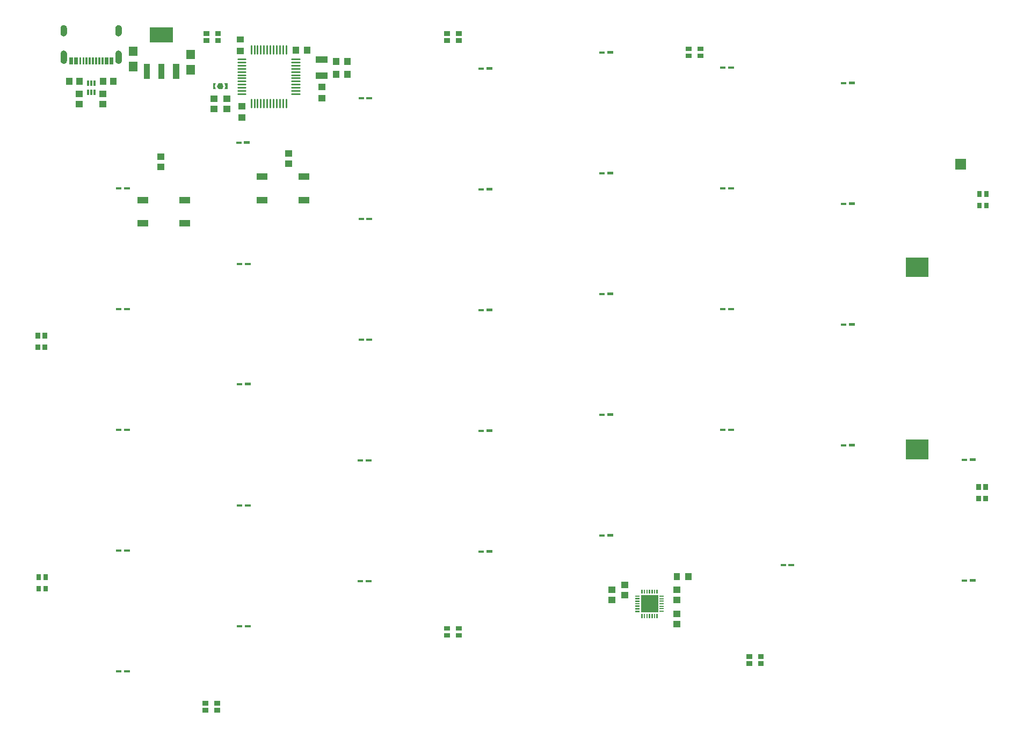
<source format=gbp>
G04 Layer: BottomPasteMaskLayer*
G04 EasyEDA v6.4.20.2, 2021-06-30T10:48:07+02:00*
G04 d10c3ea4707d49af85f46b29c2d7dc23,563db0ff5b334ec4995e7372edb549dc,10*
G04 Gerber Generator version 0.2*
G04 Scale: 100 percent, Rotated: No, Reflected: No *
G04 Dimensions in millimeters *
G04 leading zeros omitted , absolute positions ,4 integer and 5 decimal *
%FSLAX45Y45*%
%MOMM*%

%ADD24C,0.2700*%
%ADD28R,3.5600X3.1300*%
%ADD35R,0.6650X0.2240*%
%ADD41R,0.9300X0.3600*%

%LPD*%
G36*
X1608429Y16904462D02*
G01*
X1602079Y16903852D01*
X1595831Y16902430D01*
X1589836Y16900245D01*
X1584147Y16897248D01*
X1578864Y16893590D01*
X1574139Y16889272D01*
X1569974Y16884396D01*
X1566468Y16879062D01*
X1563725Y16873270D01*
X1561693Y16867174D01*
X1560474Y16860926D01*
X1560068Y16854525D01*
X1560169Y16771315D01*
X1560982Y16764965D01*
X1562608Y16758767D01*
X1564995Y16752824D01*
X1568145Y16747236D01*
X1572006Y16742105D01*
X1576425Y16737482D01*
X1581454Y16733519D01*
X1586941Y16730167D01*
X1592783Y16727576D01*
X1598930Y16725747D01*
X1605229Y16724731D01*
X1611680Y16724528D01*
X1618030Y16725138D01*
X1624279Y16726560D01*
X1630273Y16728795D01*
X1635963Y16731742D01*
X1641246Y16735399D01*
X1645970Y16739717D01*
X1650136Y16744594D01*
X1653641Y16749979D01*
X1656384Y16755719D01*
X1658416Y16761815D01*
X1659636Y16768114D01*
X1660042Y16774515D01*
X1659940Y16857726D01*
X1659128Y16864076D01*
X1657502Y16870273D01*
X1655114Y16876217D01*
X1651965Y16881805D01*
X1648104Y16886936D01*
X1643684Y16891508D01*
X1638655Y16895521D01*
X1633169Y16898823D01*
X1627327Y16901414D01*
X1621180Y16903242D01*
X1614881Y16904258D01*
G37*
G36*
X1608429Y16501465D02*
G01*
X1602079Y16500856D01*
X1595831Y16499433D01*
X1589836Y16497198D01*
X1584147Y16494251D01*
X1578864Y16490594D01*
X1574139Y16486276D01*
X1569974Y16481399D01*
X1566468Y16476014D01*
X1563725Y16470274D01*
X1561693Y16464178D01*
X1560474Y16457879D01*
X1560068Y16451478D01*
X1560169Y16338296D01*
X1560982Y16331946D01*
X1562608Y16325748D01*
X1564995Y16319804D01*
X1568145Y16314216D01*
X1572006Y16309086D01*
X1576425Y16304463D01*
X1581454Y16300500D01*
X1586941Y16297148D01*
X1592783Y16294557D01*
X1598930Y16292779D01*
X1605229Y16291712D01*
X1611680Y16291509D01*
X1618030Y16292118D01*
X1624279Y16293592D01*
X1627327Y16294557D01*
X1633169Y16297148D01*
X1638655Y16300500D01*
X1643684Y16304463D01*
X1648104Y16309086D01*
X1651965Y16314216D01*
X1655114Y16319804D01*
X1657502Y16325748D01*
X1659128Y16331946D01*
X1659940Y16338296D01*
X1660042Y16451478D01*
X1659636Y16457879D01*
X1658416Y16464178D01*
X1656384Y16470274D01*
X1653641Y16476014D01*
X1650136Y16481399D01*
X1645970Y16486276D01*
X1641246Y16490594D01*
X1635963Y16494251D01*
X1630273Y16497198D01*
X1624279Y16499433D01*
X1618030Y16500856D01*
X1611680Y16501465D01*
G37*
G36*
X744423Y16904462D02*
G01*
X738073Y16903852D01*
X731824Y16902430D01*
X725830Y16900245D01*
X720140Y16897248D01*
X714857Y16893590D01*
X710133Y16889272D01*
X705967Y16884396D01*
X702462Y16879062D01*
X699719Y16873270D01*
X697687Y16867174D01*
X696468Y16860926D01*
X696061Y16854525D01*
X696163Y16771315D01*
X696976Y16764965D01*
X698601Y16758767D01*
X700989Y16752824D01*
X704138Y16747236D01*
X707999Y16742105D01*
X712419Y16737482D01*
X717448Y16733519D01*
X722934Y16730167D01*
X728776Y16727576D01*
X734923Y16725747D01*
X741222Y16724731D01*
X747674Y16724528D01*
X754024Y16725138D01*
X760272Y16726560D01*
X766267Y16728795D01*
X771956Y16731742D01*
X777240Y16735399D01*
X781964Y16739717D01*
X786130Y16744594D01*
X789635Y16749979D01*
X792378Y16755719D01*
X794410Y16761815D01*
X795629Y16768114D01*
X796036Y16774515D01*
X795934Y16857726D01*
X795121Y16864076D01*
X793496Y16870273D01*
X791108Y16876217D01*
X787958Y16881805D01*
X784098Y16886936D01*
X779678Y16891508D01*
X774649Y16895521D01*
X769162Y16898823D01*
X763320Y16901414D01*
X757174Y16903242D01*
X750874Y16904258D01*
G37*
G36*
X744423Y16501465D02*
G01*
X738073Y16500856D01*
X731824Y16499433D01*
X725830Y16497198D01*
X720140Y16494251D01*
X714857Y16490594D01*
X710133Y16486276D01*
X705967Y16481399D01*
X702462Y16476014D01*
X699719Y16470274D01*
X697687Y16464178D01*
X696468Y16457879D01*
X696061Y16451478D01*
X696163Y16338296D01*
X696976Y16331946D01*
X698601Y16325748D01*
X700989Y16319804D01*
X704138Y16314216D01*
X707999Y16309086D01*
X712419Y16304463D01*
X717448Y16300500D01*
X722934Y16297148D01*
X728776Y16294557D01*
X734923Y16292779D01*
X741222Y16291712D01*
X747674Y16291509D01*
X754024Y16292118D01*
X760272Y16293592D01*
X763320Y16294557D01*
X769162Y16297148D01*
X774649Y16300500D01*
X779678Y16304463D01*
X784098Y16309086D01*
X787958Y16314216D01*
X791108Y16319804D01*
X793496Y16325748D01*
X795121Y16331946D01*
X795934Y16338296D01*
X796036Y16451478D01*
X795629Y16457879D01*
X794410Y16464178D01*
X792378Y16470274D01*
X789635Y16476014D01*
X786130Y16481399D01*
X781964Y16486276D01*
X777240Y16490594D01*
X771956Y16494251D01*
X766267Y16497198D01*
X760272Y16499433D01*
X754024Y16500856D01*
X747674Y16501465D01*
G37*
G36*
X991158Y16393769D02*
G01*
X991158Y16278758D01*
X1021130Y16278758D01*
X1021130Y16393769D01*
G37*
G36*
X1041146Y16393769D02*
G01*
X1041146Y16278758D01*
X1071168Y16278758D01*
X1071168Y16393769D01*
G37*
G36*
X1091133Y16393769D02*
G01*
X1091133Y16278758D01*
X1121156Y16278758D01*
X1121156Y16393769D01*
G37*
G36*
X1141171Y16393769D02*
G01*
X1141171Y16278758D01*
X1171143Y16278758D01*
X1171143Y16393769D01*
G37*
G36*
X1191158Y16393769D02*
G01*
X1191158Y16278758D01*
X1221130Y16278758D01*
X1221130Y16393769D01*
G37*
G36*
X1241145Y16393769D02*
G01*
X1241145Y16278758D01*
X1271168Y16278758D01*
X1271168Y16393769D01*
G37*
G36*
X1291132Y16393769D02*
G01*
X1291132Y16278758D01*
X1321155Y16278758D01*
X1321155Y16393769D01*
G37*
G36*
X1341120Y16393769D02*
G01*
X1341120Y16278758D01*
X1371142Y16278758D01*
X1371142Y16393769D01*
G37*
G36*
X911148Y16393769D02*
G01*
X911148Y16278758D01*
X971143Y16278758D01*
X971143Y16393769D01*
G37*
G36*
X831138Y16393769D02*
G01*
X831138Y16278758D01*
X891133Y16278758D01*
X891133Y16393769D01*
G37*
G36*
X1391158Y16393769D02*
G01*
X1391158Y16278758D01*
X1451152Y16278758D01*
X1451152Y16393769D01*
G37*
G36*
X1471168Y16393769D02*
G01*
X1471168Y16278758D01*
X1531162Y16278758D01*
X1531162Y16393769D01*
G37*
D24*
X4338594Y16365905D02*
G01*
X4461591Y16365905D01*
X4338594Y16315893D02*
G01*
X4461591Y16315893D01*
X4338594Y16265905D02*
G01*
X4461591Y16265905D01*
X4338594Y16215893D02*
G01*
X4461591Y16215893D01*
X4338594Y16165906D02*
G01*
X4461591Y16165906D01*
X4338594Y16115893D02*
G01*
X4461591Y16115893D01*
X4338594Y16065906D02*
G01*
X4461591Y16065906D01*
X4338594Y16015893D02*
G01*
X4461591Y16015893D01*
X4338594Y15965906D02*
G01*
X4461591Y15965906D01*
X4338594Y15915894D02*
G01*
X4461591Y15915894D01*
X4338594Y15865906D02*
G01*
X4461591Y15865906D01*
X4338594Y15815894D02*
G01*
X4461591Y15815894D01*
X4250105Y15604406D02*
G01*
X4250105Y15727408D01*
X4200093Y15604406D02*
G01*
X4200093Y15727408D01*
X4150106Y15604406D02*
G01*
X4150106Y15727408D01*
X4100093Y15604406D02*
G01*
X4100093Y15727408D01*
X4050106Y15604406D02*
G01*
X4050106Y15727408D01*
X4000093Y15604406D02*
G01*
X4000093Y15727408D01*
X3950106Y15604406D02*
G01*
X3950106Y15727408D01*
X3900093Y15604406D02*
G01*
X3900093Y15727408D01*
X3850106Y15604406D02*
G01*
X3850106Y15727408D01*
X3800093Y15604406D02*
G01*
X3800093Y15727408D01*
X3750106Y15604406D02*
G01*
X3750106Y15727408D01*
X3700094Y15604406D02*
G01*
X3700094Y15727408D01*
X3488608Y15815894D02*
G01*
X3611605Y15815894D01*
X3488608Y15865906D02*
G01*
X3611605Y15865906D01*
X3488608Y15915894D02*
G01*
X3611605Y15915894D01*
X3488608Y15965906D02*
G01*
X3611605Y15965906D01*
X3488608Y16015893D02*
G01*
X3611605Y16015893D01*
X3488608Y16065906D02*
G01*
X3611605Y16065906D01*
X3488608Y16115893D02*
G01*
X3611605Y16115893D01*
X3488608Y16165906D02*
G01*
X3611605Y16165906D01*
X3488608Y16215893D02*
G01*
X3611605Y16215893D01*
X3488608Y16265905D02*
G01*
X3611605Y16265905D01*
X3488608Y16315893D02*
G01*
X3611605Y16315893D01*
X3488608Y16365905D02*
G01*
X3611605Y16365905D01*
X3700094Y16454391D02*
G01*
X3700094Y16577393D01*
X3750106Y16454391D02*
G01*
X3750106Y16577393D01*
X3800093Y16454391D02*
G01*
X3800093Y16577393D01*
X3850106Y16454391D02*
G01*
X3850106Y16577393D01*
X3900093Y16454391D02*
G01*
X3900093Y16577393D01*
X3950106Y16454391D02*
G01*
X3950106Y16577393D01*
X4000093Y16454391D02*
G01*
X4000093Y16577393D01*
X4050106Y16454391D02*
G01*
X4050106Y16577393D01*
X4100093Y16454391D02*
G01*
X4100093Y16577393D01*
X4150106Y16454391D02*
G01*
X4150106Y16577393D01*
X4200093Y16454391D02*
G01*
X4200093Y16577393D01*
X4250105Y16454391D02*
G01*
X4250105Y16577393D01*
G36*
X10362902Y8149198D02*
G01*
X10462902Y8149198D01*
X10462902Y8259201D01*
X10362902Y8259201D01*
G37*
G36*
X10542912Y8149198D02*
G01*
X10642912Y8149198D01*
X10642912Y8259201D01*
X10542912Y8259201D01*
G37*
G36*
X14969401Y14621598D02*
G01*
X14969401Y14791601D01*
X14799398Y14791601D01*
X14799398Y14621598D01*
G37*
G36*
X4237598Y14765492D02*
G01*
X4237598Y14665492D01*
X4347601Y14665492D01*
X4347601Y14765492D01*
G37*
G36*
X4237598Y14925492D02*
G01*
X4237598Y14825492D01*
X4347601Y14825492D01*
X4347601Y14925492D01*
G37*
G36*
X3788699Y14090685D02*
G01*
X3958701Y14090685D01*
X3958701Y14190685D01*
X3788699Y14190685D01*
G37*
G36*
X4448698Y14090558D02*
G01*
X4618700Y14090558D01*
X4618700Y14190558D01*
X4448698Y14190558D01*
G37*
G36*
X3788699Y14460636D02*
G01*
X3958701Y14460636D01*
X3958701Y14560636D01*
X3788699Y14560636D01*
G37*
G36*
X4448698Y14460636D02*
G01*
X4618700Y14460636D01*
X4618700Y14560636D01*
X4448698Y14560636D01*
G37*
G36*
X2739100Y14192211D02*
G01*
X2569098Y14192211D01*
X2569098Y14092212D01*
X2739100Y14092212D01*
G37*
G36*
X2079101Y14192338D02*
G01*
X1909099Y14192338D01*
X1909099Y14092339D01*
X2079101Y14092339D01*
G37*
G36*
X2739100Y13822260D02*
G01*
X2569098Y13822260D01*
X2569098Y13722261D01*
X2739100Y13722261D01*
G37*
G36*
X2079101Y13822260D02*
G01*
X1909099Y13822260D01*
X1909099Y13722261D01*
X2079101Y13722261D01*
G37*
G36*
X3259698Y15629092D02*
G01*
X3259698Y15529092D01*
X3369701Y15529092D01*
X3369701Y15629092D01*
G37*
G36*
X3259698Y15789092D02*
G01*
X3259698Y15689092D01*
X3369701Y15689092D01*
X3369701Y15789092D01*
G37*
G36*
X3166501Y15689107D02*
G01*
X3166501Y15789107D01*
X3056498Y15789107D01*
X3056498Y15689107D01*
G37*
G36*
X3166501Y15529107D02*
G01*
X3166501Y15629107D01*
X3056498Y15629107D01*
X3056498Y15529107D01*
G37*
D28*
G01*
X14198600Y13084403D03*
G36*
X14020599Y10363901D02*
G01*
X14376600Y10363901D01*
X14376600Y10050899D01*
X14020599Y10050899D01*
G37*
G36*
X2675254Y16514493D02*
G01*
X2675254Y16364491D01*
X2811145Y16364491D01*
X2811145Y16514493D01*
G37*
G36*
X2675254Y16274493D02*
G01*
X2675254Y16124494D01*
X2811145Y16124494D01*
X2811145Y16274493D01*
G37*
G36*
X1909445Y16175306D02*
G01*
X1909445Y16325308D01*
X1773554Y16325308D01*
X1773554Y16175306D01*
G37*
G36*
X1909445Y16415306D02*
G01*
X1909445Y16565305D01*
X1773554Y16565305D01*
X1773554Y16415306D01*
G37*
G36*
X5270797Y16387201D02*
G01*
X5170797Y16387201D01*
X5170797Y16277198D01*
X5270797Y16277198D01*
G37*
G36*
X5090787Y16387201D02*
G01*
X4990787Y16387201D01*
X4990787Y16277198D01*
X5090787Y16277198D01*
G37*
G36*
X5270797Y16184001D02*
G01*
X5170797Y16184001D01*
X5170797Y16073998D01*
X5270797Y16073998D01*
G37*
G36*
X5090787Y16184001D02*
G01*
X4990787Y16184001D01*
X4990787Y16073998D01*
X5090787Y16073998D01*
G37*
G36*
X3475598Y16726197D02*
G01*
X3475598Y16626197D01*
X3585601Y16626197D01*
X3585601Y16726197D01*
G37*
G36*
X3475598Y16546187D02*
G01*
X3475598Y16446187D01*
X3585601Y16446187D01*
X3585601Y16546187D01*
G37*
G36*
X4635797Y16565001D02*
G01*
X4535797Y16565001D01*
X4535797Y16454998D01*
X4635797Y16454998D01*
G37*
G36*
X4455787Y16565001D02*
G01*
X4355787Y16565001D01*
X4355787Y16454998D01*
X4455787Y16454998D01*
G37*
G36*
X3611001Y15392102D02*
G01*
X3611001Y15492102D01*
X3500998Y15492102D01*
X3500998Y15392102D01*
G37*
G36*
X3611001Y15572112D02*
G01*
X3611001Y15672112D01*
X3500998Y15672112D01*
X3500998Y15572112D01*
G37*
G36*
X4868301Y15696902D02*
G01*
X4868301Y15796902D01*
X4758298Y15796902D01*
X4758298Y15696902D01*
G37*
G36*
X4868301Y15876912D02*
G01*
X4868301Y15976912D01*
X4758298Y15976912D01*
X4758298Y15876912D01*
G37*
G36*
X7019904Y16803202D02*
G01*
X6929902Y16803202D01*
X6929902Y16733202D01*
X7019904Y16733202D01*
G37*
G36*
X7019904Y16693194D02*
G01*
X6929902Y16693194D01*
X6929902Y16623195D01*
X7019904Y16623195D01*
G37*
G36*
X6836897Y16693194D02*
G01*
X6746895Y16693194D01*
X6746895Y16623195D01*
X6836897Y16623195D01*
G37*
G36*
X6836897Y16803204D02*
G01*
X6746895Y16803204D01*
X6746895Y16733202D01*
X6836897Y16733202D01*
G37*
G36*
X10829904Y16561902D02*
G01*
X10739902Y16561902D01*
X10739902Y16491902D01*
X10829904Y16491902D01*
G37*
G36*
X10829904Y16451894D02*
G01*
X10739902Y16451894D01*
X10739902Y16381895D01*
X10829904Y16381895D01*
G37*
G36*
X10646897Y16451894D02*
G01*
X10556895Y16451894D01*
X10556895Y16381895D01*
X10646897Y16381895D01*
G37*
G36*
X10646897Y16561904D02*
G01*
X10556895Y16561904D01*
X10556895Y16491902D01*
X10646897Y16491902D01*
G37*
G36*
X15330002Y14011295D02*
G01*
X15330002Y14101297D01*
X15260002Y14101297D01*
X15260002Y14011295D01*
G37*
G36*
X15219994Y14011295D02*
G01*
X15219994Y14101297D01*
X15149995Y14101297D01*
X15149995Y14011295D01*
G37*
G36*
X15219994Y14194302D02*
G01*
X15219994Y14284304D01*
X15149995Y14284304D01*
X15149995Y14194302D01*
G37*
G36*
X15330004Y14194302D02*
G01*
X15330004Y14284304D01*
X15260002Y14284304D01*
X15260002Y14194302D01*
G37*
G36*
X15317302Y9388495D02*
G01*
X15317302Y9478497D01*
X15247302Y9478497D01*
X15247302Y9388495D01*
G37*
G36*
X15207294Y9388495D02*
G01*
X15207294Y9478497D01*
X15137295Y9478497D01*
X15137295Y9388495D01*
G37*
G36*
X15207294Y9571502D02*
G01*
X15207294Y9661504D01*
X15137295Y9661504D01*
X15137295Y9571502D01*
G37*
G36*
X15317304Y9571502D02*
G01*
X15317304Y9661504D01*
X15247302Y9661504D01*
X15247302Y9571502D01*
G37*
G36*
X11509395Y6793397D02*
G01*
X11599397Y6793397D01*
X11599397Y6863397D01*
X11509395Y6863397D01*
G37*
G36*
X11509395Y6903405D02*
G01*
X11599397Y6903405D01*
X11599397Y6973404D01*
X11509395Y6973404D01*
G37*
G36*
X11692402Y6903405D02*
G01*
X11782404Y6903405D01*
X11782404Y6973404D01*
X11692402Y6973404D01*
G37*
G36*
X11692402Y6793395D02*
G01*
X11782404Y6793395D01*
X11782404Y6863397D01*
X11692402Y6863397D01*
G37*
G36*
X6746895Y7237897D02*
G01*
X6836897Y7237897D01*
X6836897Y7307897D01*
X6746895Y7307897D01*
G37*
G36*
X6746895Y7347905D02*
G01*
X6836897Y7347905D01*
X6836897Y7417904D01*
X6746895Y7417904D01*
G37*
G36*
X6929902Y7347905D02*
G01*
X7019904Y7347905D01*
X7019904Y7417904D01*
X6929902Y7417904D01*
G37*
G36*
X6929902Y7237895D02*
G01*
X7019904Y7237895D01*
X7019904Y7307897D01*
X6929902Y7307897D01*
G37*
G36*
X2936895Y6056797D02*
G01*
X3026897Y6056797D01*
X3026897Y6126797D01*
X2936895Y6126797D01*
G37*
G36*
X2936895Y6166805D02*
G01*
X3026897Y6166805D01*
X3026897Y6236804D01*
X2936895Y6236804D01*
G37*
G36*
X3119902Y6166805D02*
G01*
X3209904Y6166805D01*
X3209904Y6236804D01*
X3119902Y6236804D01*
G37*
G36*
X3119902Y6056795D02*
G01*
X3209904Y6056795D01*
X3209904Y6126797D01*
X3119902Y6126797D01*
G37*
G36*
X316397Y8239104D02*
G01*
X316397Y8149102D01*
X386397Y8149102D01*
X386397Y8239104D01*
G37*
G36*
X426405Y8239104D02*
G01*
X426405Y8149102D01*
X496404Y8149102D01*
X496404Y8239104D01*
G37*
G36*
X426405Y8056097D02*
G01*
X426405Y7966095D01*
X496404Y7966095D01*
X496404Y8056097D01*
G37*
G36*
X316395Y8056097D02*
G01*
X316395Y7966095D01*
X386397Y7966095D01*
X386397Y8056097D01*
G37*
G36*
X303697Y12049104D02*
G01*
X303697Y11959102D01*
X373697Y11959102D01*
X373697Y12049104D01*
G37*
G36*
X413705Y12049104D02*
G01*
X413705Y11959102D01*
X483704Y11959102D01*
X483704Y12049104D01*
G37*
G36*
X413705Y11866097D02*
G01*
X413705Y11776095D01*
X483704Y11776095D01*
X483704Y11866097D01*
G37*
G36*
X303695Y11866097D02*
G01*
X303695Y11776095D01*
X373697Y11776095D01*
X373697Y11866097D01*
G37*
G36*
X9440301Y7942107D02*
G01*
X9440301Y8042107D01*
X9330298Y8042107D01*
X9330298Y7942107D01*
G37*
G36*
X9440301Y7782107D02*
G01*
X9440301Y7882107D01*
X9330298Y7882107D01*
X9330298Y7782107D01*
G37*
G36*
X9643501Y8018307D02*
G01*
X9643501Y8118307D01*
X9533498Y8118307D01*
X9533498Y8018307D01*
G37*
G36*
X9643501Y7858307D02*
G01*
X9643501Y7958307D01*
X9533498Y7958307D01*
X9533498Y7858307D01*
G37*
G36*
X2565001Y16055200D02*
G01*
X2467000Y16055200D01*
X2467000Y16289200D01*
X2565001Y16289200D01*
G37*
G36*
X2334999Y16055200D02*
G01*
X2237000Y16055200D01*
X2237000Y16289200D01*
X2334999Y16289200D01*
G37*
G36*
X2104999Y16055200D02*
G01*
X2006998Y16055200D01*
X2006998Y16289200D01*
X2104999Y16289200D01*
G37*
G36*
X2106000Y16629199D02*
G01*
X2465999Y16629199D01*
X2465999Y16863199D01*
X2106000Y16863199D01*
G37*
G36*
X4723300Y16055599D02*
G01*
X4903299Y16055599D01*
X4903299Y16155598D01*
X4723300Y16155598D01*
G37*
G36*
X4723300Y16305601D02*
G01*
X4903299Y16305601D01*
X4903299Y16405600D01*
X4723300Y16405600D01*
G37*
G36*
X3163100Y15938500D02*
G01*
X3183100Y15888500D01*
X3243099Y15888500D01*
X3263099Y15938500D01*
X3243099Y15988499D01*
X3183100Y15988499D01*
G37*
G36*
X3327400Y15938500D02*
G01*
X3327400Y15988499D01*
X3277400Y15988499D01*
X3297400Y15938500D01*
X3277400Y15888500D01*
X3327400Y15888500D01*
G37*
G36*
X3098800Y15938500D02*
G01*
X3098800Y15988499D01*
X3148799Y15988499D01*
X3128799Y15938500D01*
X3148799Y15888500D01*
X3098800Y15888500D01*
G37*
G36*
X1303898Y15705292D02*
G01*
X1303898Y15605292D01*
X1413901Y15605292D01*
X1413901Y15705292D01*
G37*
G36*
X1303898Y15865292D02*
G01*
X1303898Y15765292D01*
X1413901Y15765292D01*
X1413901Y15865292D01*
G37*
G36*
X935598Y15705292D02*
G01*
X935598Y15605292D01*
X1045601Y15605292D01*
X1045601Y15705292D01*
G37*
G36*
X935598Y15865292D02*
G01*
X935598Y15765292D01*
X1045601Y15765292D01*
X1045601Y15865292D01*
G37*
G36*
X944407Y15959698D02*
G01*
X1044407Y15959698D01*
X1044407Y16069701D01*
X944407Y16069701D01*
G37*
G36*
X784407Y15959698D02*
G01*
X884407Y15959698D01*
X884407Y16069701D01*
X784407Y16069701D01*
G37*
G36*
X1417792Y16069701D02*
G01*
X1317792Y16069701D01*
X1317792Y15959698D01*
X1417792Y15959698D01*
G37*
G36*
X1577792Y16069701D02*
G01*
X1477792Y16069701D01*
X1477792Y15959698D01*
X1577792Y15959698D01*
G37*
D35*
G01*
X10172954Y7892389D03*
G01*
X10172954Y7852410D03*
G01*
X10172954Y7812404D03*
G01*
X10172954Y7772400D03*
G01*
X10172954Y7732395D03*
G01*
X10172954Y7692389D03*
G01*
X10172954Y7652410D03*
G36*
X10113401Y7548399D02*
G01*
X10091000Y7548399D01*
X10091000Y7614899D01*
X10113401Y7614899D01*
G37*
G36*
X10073401Y7548399D02*
G01*
X10051000Y7548399D01*
X10051000Y7614899D01*
X10073401Y7614899D01*
G37*
G36*
X10033398Y7548399D02*
G01*
X10011001Y7548399D01*
X10011001Y7614899D01*
X10033398Y7614899D01*
G37*
G36*
X9993398Y7548399D02*
G01*
X9971001Y7548399D01*
X9971001Y7614899D01*
X9993398Y7614899D01*
G37*
G36*
X9953398Y7548399D02*
G01*
X9931001Y7548399D01*
X9931001Y7614899D01*
X9953398Y7614899D01*
G37*
G36*
X9913399Y7548399D02*
G01*
X9890998Y7548399D01*
X9890998Y7614899D01*
X9913399Y7614899D01*
G37*
G36*
X9873399Y7548399D02*
G01*
X9850998Y7548399D01*
X9850998Y7614899D01*
X9873399Y7614899D01*
G37*
G36*
X9758199Y7663599D02*
G01*
X9824699Y7663599D01*
X9824699Y7641198D01*
X9758199Y7641198D01*
G37*
G36*
X9758199Y7703599D02*
G01*
X9824699Y7703599D01*
X9824699Y7681198D01*
X9758199Y7681198D01*
G37*
G36*
X9758199Y7743598D02*
G01*
X9824699Y7743598D01*
X9824699Y7721201D01*
X9758199Y7721201D01*
G37*
G36*
X9758199Y7783598D02*
G01*
X9824699Y7783598D01*
X9824699Y7761201D01*
X9758199Y7761201D01*
G37*
G36*
X9758199Y7823598D02*
G01*
X9824699Y7823598D01*
X9824699Y7801201D01*
X9758199Y7801201D01*
G37*
G36*
X9758199Y7863601D02*
G01*
X9824699Y7863601D01*
X9824699Y7841200D01*
X9758199Y7841200D01*
G37*
G36*
X9758199Y7903601D02*
G01*
X9824699Y7903601D01*
X9824699Y7881200D01*
X9758199Y7881200D01*
G37*
G36*
X9873399Y7929900D02*
G01*
X9850998Y7929900D01*
X9850998Y7996400D01*
X9873399Y7996400D01*
G37*
G36*
X9913399Y7929900D02*
G01*
X9890998Y7929900D01*
X9890998Y7996400D01*
X9913399Y7996400D01*
G37*
G36*
X9953398Y7929900D02*
G01*
X9931001Y7929900D01*
X9931001Y7996400D01*
X9953398Y7996400D01*
G37*
G36*
X9993398Y7929900D02*
G01*
X9971001Y7929900D01*
X9971001Y7996400D01*
X9993398Y7996400D01*
G37*
G36*
X10033398Y7929900D02*
G01*
X10011001Y7929900D01*
X10011001Y7996400D01*
X10033398Y7996400D01*
G37*
G36*
X10073401Y7929900D02*
G01*
X10051000Y7929900D01*
X10051000Y7996400D01*
X10073401Y7996400D01*
G37*
G36*
X10113401Y7929900D02*
G01*
X10091000Y7929900D01*
X10091000Y7996400D01*
X10113401Y7996400D01*
G37*
G36*
X9847199Y7907401D02*
G01*
X9847199Y7637398D01*
X10117200Y7637398D01*
X10117200Y7907401D01*
G37*
G36*
X10469001Y7942107D02*
G01*
X10469001Y8042107D01*
X10358998Y8042107D01*
X10358998Y7942107D01*
G37*
G36*
X10469001Y7782107D02*
G01*
X10469001Y7882107D01*
X10358998Y7882107D01*
X10358998Y7782107D01*
G37*
G36*
X10469001Y7561107D02*
G01*
X10469001Y7661107D01*
X10358998Y7661107D01*
X10358998Y7561107D01*
G37*
G36*
X10469001Y7401107D02*
G01*
X10469001Y7501107D01*
X10358998Y7501107D01*
X10358998Y7401107D01*
G37*
G36*
X2328301Y14774707D02*
G01*
X2328301Y14874707D01*
X2218298Y14874707D01*
X2218298Y14774707D01*
G37*
G36*
X2328301Y14614707D02*
G01*
X2328301Y14714707D01*
X2218298Y14714707D01*
X2218298Y14614707D01*
G37*
G36*
X1246098Y16028103D02*
G01*
X1216096Y16028103D01*
X1216096Y15943102D01*
X1246098Y15943102D01*
G37*
G36*
X1196111Y16028103D02*
G01*
X1166108Y16028103D01*
X1166108Y15943102D01*
X1196111Y15943102D01*
G37*
G36*
X1146098Y16028103D02*
G01*
X1116096Y16028103D01*
X1116096Y15943102D01*
X1146098Y15943102D01*
G37*
G36*
X1146098Y15883102D02*
G01*
X1116096Y15883102D01*
X1116096Y15798101D01*
X1146098Y15798101D01*
G37*
G36*
X1196111Y15883102D02*
G01*
X1166108Y15883102D01*
X1166108Y15798101D01*
X1196111Y15798101D01*
G37*
G36*
X1246098Y15883102D02*
G01*
X1216096Y15883102D01*
X1216096Y15798101D01*
X1246098Y15798101D01*
G37*
G36*
X3222604Y16803202D02*
G01*
X3132602Y16803202D01*
X3132602Y16733202D01*
X3222604Y16733202D01*
G37*
G36*
X3222604Y16693194D02*
G01*
X3132602Y16693194D01*
X3132602Y16623195D01*
X3222604Y16623195D01*
G37*
G36*
X3039597Y16693194D02*
G01*
X2949595Y16693194D01*
X2949595Y16623195D01*
X3039597Y16623195D01*
G37*
G36*
X3039597Y16803204D02*
G01*
X2949595Y16803204D01*
X2949595Y16733202D01*
X3039597Y16733202D01*
G37*
D41*
G01*
X1612900Y14325600D03*
G36*
X1693400Y14307599D02*
G01*
X1693400Y14343600D01*
X1786399Y14343600D01*
X1786399Y14307599D01*
G37*
G01*
X3505200Y15049500D03*
G36*
X3585700Y15031499D02*
G01*
X3585700Y15067500D01*
X3678699Y15067500D01*
X3678699Y15031499D01*
G37*
G01*
X5435600Y15748000D03*
G36*
X5516100Y15729999D02*
G01*
X5516100Y15766000D01*
X5609099Y15766000D01*
X5609099Y15729999D01*
G37*
G01*
X7327900Y16217900D03*
G36*
X7408400Y16199899D02*
G01*
X7408400Y16235900D01*
X7501399Y16235900D01*
X7501399Y16199899D01*
G37*
G01*
X9232900Y16471900D03*
G36*
X9313400Y16453899D02*
G01*
X9313400Y16489900D01*
X9406399Y16489900D01*
X9406399Y16453899D01*
G37*
G01*
X11137900Y16230600D03*
G36*
X11218400Y16212599D02*
G01*
X11218400Y16248600D01*
X11311399Y16248600D01*
X11311399Y16212599D01*
G37*
G01*
X13042900Y15989300D03*
G36*
X13123400Y15971299D02*
G01*
X13123400Y16007300D01*
X13216399Y16007300D01*
X13216399Y15971299D01*
G37*
G01*
X1612900Y12420600D03*
G36*
X1693400Y12402599D02*
G01*
X1693400Y12438600D01*
X1786399Y12438600D01*
X1786399Y12402599D01*
G37*
G01*
X3517900Y13131800D03*
G36*
X3598400Y13113799D02*
G01*
X3598400Y13149800D01*
X3691399Y13149800D01*
X3691399Y13113799D01*
G37*
G01*
X5435600Y13843000D03*
G36*
X5516100Y13824999D02*
G01*
X5516100Y13861000D01*
X5609099Y13861000D01*
X5609099Y13824999D01*
G37*
G01*
X7327900Y14312900D03*
G36*
X7408400Y14294899D02*
G01*
X7408400Y14330900D01*
X7501399Y14330900D01*
X7501399Y14294899D01*
G37*
G01*
X9232900Y14566900D03*
G36*
X9313400Y14548899D02*
G01*
X9313400Y14584900D01*
X9406399Y14584900D01*
X9406399Y14548899D01*
G37*
G01*
X11137900Y14325600D03*
G36*
X11218400Y14307599D02*
G01*
X11218400Y14343600D01*
X11311399Y14343600D01*
X11311399Y14307599D01*
G37*
G01*
X13042900Y14084300D03*
G36*
X13123400Y14066299D02*
G01*
X13123400Y14102300D01*
X13216399Y14102300D01*
X13216399Y14066299D01*
G37*
G01*
X1612900Y10515600D03*
G36*
X1693400Y10497599D02*
G01*
X1693400Y10533600D01*
X1786399Y10533600D01*
X1786399Y10497599D01*
G37*
G01*
X3517900Y11239500D03*
G36*
X3598400Y11221499D02*
G01*
X3598400Y11257500D01*
X3691399Y11257500D01*
X3691399Y11221499D01*
G37*
G01*
X5435600Y11938000D03*
G36*
X5516100Y11919999D02*
G01*
X5516100Y11956000D01*
X5609099Y11956000D01*
X5609099Y11919999D01*
G37*
G01*
X7327900Y12407900D03*
G36*
X7408400Y12389899D02*
G01*
X7408400Y12425900D01*
X7501399Y12425900D01*
X7501399Y12389899D01*
G37*
G01*
X9232900Y12661900D03*
G36*
X9313400Y12643899D02*
G01*
X9313400Y12679900D01*
X9406399Y12679900D01*
X9406399Y12643899D01*
G37*
G01*
X11137900Y12420600D03*
G36*
X11218400Y12402599D02*
G01*
X11218400Y12438600D01*
X11311399Y12438600D01*
X11311399Y12402599D01*
G37*
G01*
X13042900Y12179300D03*
G36*
X13123400Y12161299D02*
G01*
X13123400Y12197300D01*
X13216399Y12197300D01*
X13216399Y12161299D01*
G37*
G01*
X1612900Y8610600D03*
G36*
X1693400Y8592599D02*
G01*
X1693400Y8628600D01*
X1786399Y8628600D01*
X1786399Y8592599D01*
G37*
G01*
X3517900Y9321800D03*
G36*
X3598400Y9303799D02*
G01*
X3598400Y9339800D01*
X3691399Y9339800D01*
X3691399Y9303799D01*
G37*
G01*
X5422900Y10033000D03*
G36*
X5503400Y10014999D02*
G01*
X5503400Y10051000D01*
X5596399Y10051000D01*
X5596399Y10014999D01*
G37*
G01*
X7327900Y10502900D03*
G36*
X7408400Y10484899D02*
G01*
X7408400Y10520900D01*
X7501399Y10520900D01*
X7501399Y10484899D01*
G37*
G01*
X9232900Y10756900D03*
G36*
X9313400Y10738899D02*
G01*
X9313400Y10774900D01*
X9406399Y10774900D01*
X9406399Y10738899D01*
G37*
G01*
X11137900Y10515600D03*
G36*
X11218400Y10497599D02*
G01*
X11218400Y10533600D01*
X11311399Y10533600D01*
X11311399Y10497599D01*
G37*
G01*
X13042900Y10274300D03*
G36*
X13123400Y10256299D02*
G01*
X13123400Y10292300D01*
X13216399Y10292300D01*
X13216399Y10256299D01*
G37*
G01*
X1612900Y6705600D03*
G36*
X1693400Y6687599D02*
G01*
X1693400Y6723600D01*
X1786399Y6723600D01*
X1786399Y6687599D01*
G37*
G01*
X3517900Y7416800D03*
G36*
X3598400Y7398799D02*
G01*
X3598400Y7434800D01*
X3691399Y7434800D01*
X3691399Y7398799D01*
G37*
G01*
X5422900Y8128000D03*
G36*
X5503400Y8109999D02*
G01*
X5503400Y8146000D01*
X5596399Y8146000D01*
X5596399Y8109999D01*
G37*
G01*
X7327900Y8597900D03*
G36*
X7408400Y8579899D02*
G01*
X7408400Y8615900D01*
X7501399Y8615900D01*
X7501399Y8579899D01*
G37*
G01*
X9232900Y8851900D03*
G36*
X9313400Y8833899D02*
G01*
X9313400Y8869900D01*
X9406399Y8869900D01*
X9406399Y8833899D01*
G37*
G01*
X12090400Y8382000D03*
G36*
X12170900Y8363999D02*
G01*
X12170900Y8400000D01*
X12263899Y8400000D01*
X12263899Y8363999D01*
G37*
G01*
X14947900Y8140700D03*
G36*
X15028400Y8122699D02*
G01*
X15028400Y8158700D01*
X15121399Y8158700D01*
X15121399Y8122699D01*
G37*
G01*
X14947900Y10045700D03*
G36*
X15028400Y10027699D02*
G01*
X15028400Y10063700D01*
X15121399Y10063700D01*
X15121399Y10027699D01*
G37*
M02*

</source>
